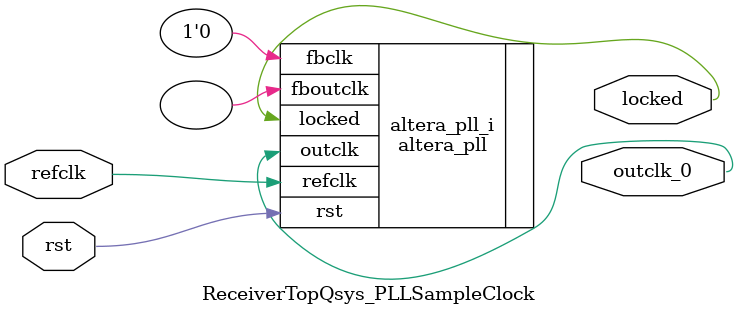
<source format=v>
`timescale 1ns/10ps
module  ReceiverTopQsys_PLLSampleClock(

	// interface 'refclk'
	input wire refclk,

	// interface 'reset'
	input wire rst,

	// interface 'outclk0'
	output wire outclk_0,

	// interface 'locked'
	output wire locked
);

	altera_pll #(
		.fractional_vco_multiplier("true"),
		.reference_clock_frequency("50.0 MHz"),
		.operation_mode("direct"),
		.number_of_clocks(1),
		.output_clock_frequency0("40.000000 MHz"),
		.phase_shift0("0 ps"),
		.duty_cycle0(50),
		.output_clock_frequency1("0 MHz"),
		.phase_shift1("0 ps"),
		.duty_cycle1(50),
		.output_clock_frequency2("0 MHz"),
		.phase_shift2("0 ps"),
		.duty_cycle2(50),
		.output_clock_frequency3("0 MHz"),
		.phase_shift3("0 ps"),
		.duty_cycle3(50),
		.output_clock_frequency4("0 MHz"),
		.phase_shift4("0 ps"),
		.duty_cycle4(50),
		.output_clock_frequency5("0 MHz"),
		.phase_shift5("0 ps"),
		.duty_cycle5(50),
		.output_clock_frequency6("0 MHz"),
		.phase_shift6("0 ps"),
		.duty_cycle6(50),
		.output_clock_frequency7("0 MHz"),
		.phase_shift7("0 ps"),
		.duty_cycle7(50),
		.output_clock_frequency8("0 MHz"),
		.phase_shift8("0 ps"),
		.duty_cycle8(50),
		.output_clock_frequency9("0 MHz"),
		.phase_shift9("0 ps"),
		.duty_cycle9(50),
		.output_clock_frequency10("0 MHz"),
		.phase_shift10("0 ps"),
		.duty_cycle10(50),
		.output_clock_frequency11("0 MHz"),
		.phase_shift11("0 ps"),
		.duty_cycle11(50),
		.output_clock_frequency12("0 MHz"),
		.phase_shift12("0 ps"),
		.duty_cycle12(50),
		.output_clock_frequency13("0 MHz"),
		.phase_shift13("0 ps"),
		.duty_cycle13(50),
		.output_clock_frequency14("0 MHz"),
		.phase_shift14("0 ps"),
		.duty_cycle14(50),
		.output_clock_frequency15("0 MHz"),
		.phase_shift15("0 ps"),
		.duty_cycle15(50),
		.output_clock_frequency16("0 MHz"),
		.phase_shift16("0 ps"),
		.duty_cycle16(50),
		.output_clock_frequency17("0 MHz"),
		.phase_shift17("0 ps"),
		.duty_cycle17(50),
		.pll_type("General"),
		.pll_subtype("General")
	) altera_pll_i (
		.rst	(rst),
		.outclk	({outclk_0}),
		.locked	(locked),
		.fboutclk	( ),
		.fbclk	(1'b0),
		.refclk	(refclk)
	);
endmodule


</source>
